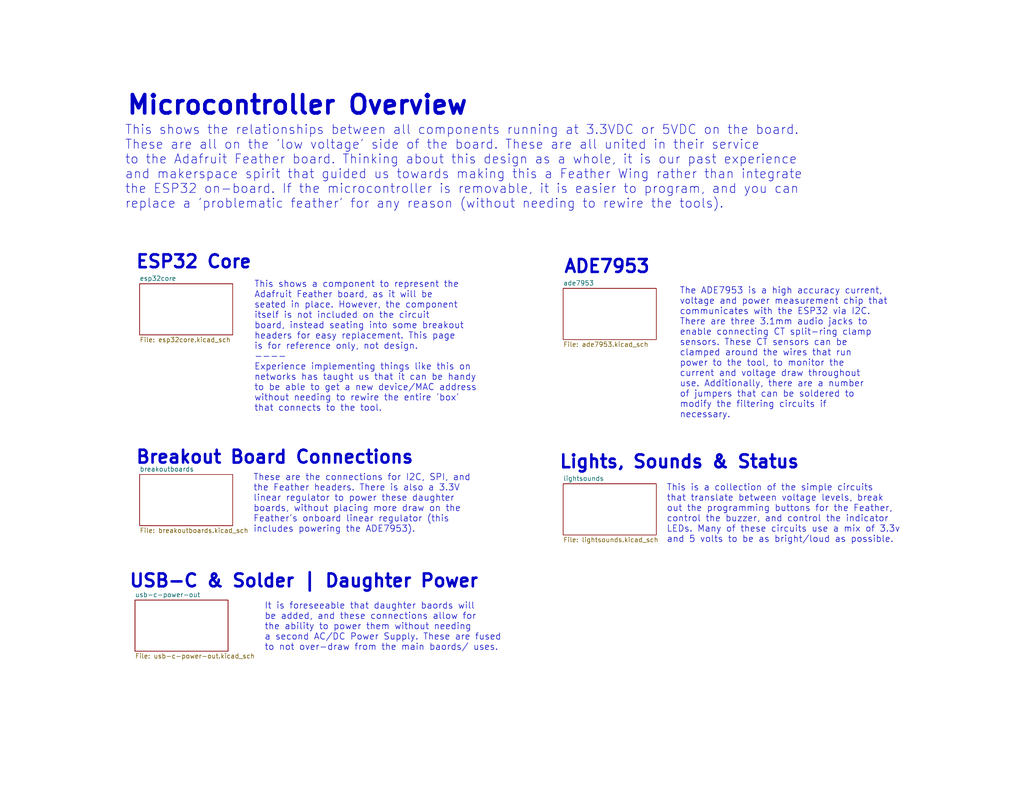
<source format=kicad_sch>
(kicad_sch
	(version 20250114)
	(generator "eeschema")
	(generator_version "9.0")
	(uuid "5bb54eab-2962-4397-a18e-c5fdb30ff9d0")
	(paper "USLetter")
	(title_block
		(date "2025-11-02")
		(rev "1.4.3")
		(company "Corey Rice & MakeHaven")
		(comment 1 "All subpages for the Microcontroller level items")
	)
	(lib_symbols)
	(text "This shows the relationships between all components running at 3.3VDC or 5VDC on the board. \nThese are all on the 'low voltage' side of the board. These are all united in their service \nto the Adafruit Feather board. Thinking about this design as a whole, it is our past experience\nand makerspace spirit that guided us towards making this a Feather Wing rather than integrate\nthe ESP32 on-board. If the microcontroller is removable, it is easier to program, and you can \nreplace a 'problematic feather' for any reason (without needing to rewire the tools). "
		(exclude_from_sim no)
		(at 34.036 57.15 0)
		(effects
			(font
				(size 2.5 2.5)
			)
			(justify left bottom)
		)
		(uuid "1af02779-8fa2-4b8d-a301-24cbee7fdcd6")
	)
	(text "This is a collection of the simple circuits \nthat translate between voltage levels, break \nout the programming buttons for the Feather, \ncontrol the buzzer, and control the indicator \nLEDs. Many of these circuits use a mix of 3.3v\nand 5 volts to be as bright/loud as possible.\n"
		(exclude_from_sim no)
		(at 181.864 148.336 0)
		(effects
			(font
				(size 1.75 1.75)
			)
			(justify left bottom)
		)
		(uuid "301e80af-5416-4b93-9940-5f5e22e6cc3a")
	)
	(text "This shows a component to represent the \nAdafruit Feather board, as it will be \nseated in place. However, the component \nitself is not included on the circuit \nboard, instead seating into some breakout \nheaders for easy replacement. This page \nis for reference only, not design.\n----\nExperience implementing things like this on \nnetworks has taught us that it can be handy\nto be able to get a new device/MAC address \nwithout needing to rewire the entire 'box'\nthat connects to the tool."
		(exclude_from_sim no)
		(at 69.342 112.522 0)
		(effects
			(font
				(size 1.75 1.75)
			)
			(justify left bottom)
		)
		(uuid "3a7ab80c-361a-49c0-8a0d-789b69d4c128")
	)
	(text "Breakout Board Connections"
		(exclude_from_sim no)
		(at 36.83 127 0)
		(effects
			(font
				(size 3.5 3.5)
				(bold yes)
			)
			(justify left bottom)
		)
		(uuid "59c492da-66d1-4c13-a055-ebe32e8a3be2")
	)
	(text "These are the connections for I2C, SPI, and \nthe Feather headers. There is also a 3.3V \nlinear regulator to power these daughter \nboards, without placing more draw on the \nFeather's onboard linear regulator (this \nincludes powering the ADE7953)."
		(exclude_from_sim no)
		(at 69.088 145.542 0)
		(effects
			(font
				(size 1.75 1.75)
			)
			(justify left bottom)
		)
		(uuid "5c0bf010-eec4-412c-a7fb-47851428f147")
	)
	(text "Lights, Sounds & Status"
		(exclude_from_sim no)
		(at 152.4 128.27 0)
		(effects
			(font
				(size 3.5 3.5)
				(bold yes)
			)
			(justify left bottom)
		)
		(uuid "8dc13897-b540-4b8a-adfb-a6145cbf6596")
	)
	(text "The ADE7953 is a high accuracy current, \nvoltage and power measurement chip that \ncommunicates with the ESP32 via I2C. \nThere are three 3.1mm audio jacks to \nenable connecting CT split-ring clamp \nsensors. These CT sensors can be \nclamped around the wires that run \npower to the tool, to monitor the \ncurrent and voltage draw throughout \nuse. Additionally, there are a number \nof jumpers that can be soldered to \nmodify the filtering circuits if \nnecessary. "
		(exclude_from_sim no)
		(at 185.42 114.3 0)
		(effects
			(font
				(size 1.75 1.75)
			)
			(justify left bottom)
		)
		(uuid "91ae1e2a-ea9e-4ed2-8b42-0353493f24c6")
	)
	(text "ESP32 Core"
		(exclude_from_sim no)
		(at 36.83 73.66 0)
		(effects
			(font
				(size 3.5 3.5)
				(bold yes)
			)
			(justify left bottom)
		)
		(uuid "a6f88849-16da-4fe3-b49a-14bc606ddeb3")
	)
	(text "USB-C & Solder | Daughter Power"
		(exclude_from_sim no)
		(at 35.052 160.782 0)
		(effects
			(font
				(size 3.5 3.5)
				(bold yes)
			)
			(justify left bottom)
		)
		(uuid "a8bd63c1-80c6-4c6e-b7cb-1a16331544a9")
	)
	(text "It is foreseeable that daughter baords will \nbe added, and these connections allow for \nthe ability to power them without needing\na second AC/DC Power Supply. These are fused\nto not over-draw from the main baords/ uses."
		(exclude_from_sim no)
		(at 72.136 177.8 0)
		(effects
			(font
				(size 1.75 1.75)
			)
			(justify left bottom)
		)
		(uuid "db73c6bb-3c6f-4f61-8a2b-57c50778a10b")
	)
	(text "Microcontroller Overview"
		(exclude_from_sim no)
		(at 34.29 31.75 0)
		(effects
			(font
				(size 5 5)
				(thickness 1)
				(bold yes)
			)
			(justify left bottom)
		)
		(uuid "e889a208-8c11-4c5a-b276-88b744b17e86")
	)
	(text "ADE7953"
		(exclude_from_sim no)
		(at 153.67 74.93 0)
		(effects
			(font
				(size 3.5 3.5)
				(bold yes)
			)
			(justify left bottom)
		)
		(uuid "fd733a39-27c0-4403-b3ee-7e74ff2cc0ff")
	)
	(sheet
		(at 153.67 78.74)
		(size 25.4 13.97)
		(exclude_from_sim no)
		(in_bom yes)
		(on_board yes)
		(dnp no)
		(fields_autoplaced yes)
		(stroke
			(width 0.1524)
			(type solid)
		)
		(fill
			(color 0 0 0 0.0000)
		)
		(uuid "03adfa84-7245-4a0a-b28d-db7d09a8f743")
		(property "Sheetname" "ade7953"
			(at 153.67 78.0284 0)
			(effects
				(font
					(size 1.27 1.27)
				)
				(justify left bottom)
			)
		)
		(property "Sheetfile" "ade7953.kicad_sch"
			(at 153.67 93.2946 0)
			(effects
				(font
					(size 1.27 1.27)
				)
				(justify left top)
			)
		)
		(instances
			(project "wing-combo"
				(path "/586efc0f-7de2-49a7-ac21-ecfef2f716d6/3f0e9b91-fe15-47d5-84d6-aa71b368b91e"
					(page "6")
				)
			)
		)
	)
	(sheet
		(at 38.1 77.47)
		(size 25.4 13.97)
		(exclude_from_sim no)
		(in_bom yes)
		(on_board yes)
		(dnp no)
		(fields_autoplaced yes)
		(stroke
			(width 0.1524)
			(type solid)
		)
		(fill
			(color 0 0 0 0.0000)
		)
		(uuid "72caadd5-963d-408a-b010-ddf83ca901da")
		(property "Sheetname" "esp32core"
			(at 38.1 76.7584 0)
			(effects
				(font
					(size 1.27 1.27)
				)
				(justify left bottom)
			)
		)
		(property "Sheetfile" "esp32core.kicad_sch"
			(at 38.1 92.0246 0)
			(effects
				(font
					(size 1.27 1.27)
				)
				(justify left top)
			)
		)
		(instances
			(project "wing-combo"
				(path "/586efc0f-7de2-49a7-ac21-ecfef2f716d6/3f0e9b91-fe15-47d5-84d6-aa71b368b91e"
					(page "3")
				)
			)
		)
	)
	(sheet
		(at 38.1 129.54)
		(size 25.4 13.97)
		(exclude_from_sim no)
		(in_bom yes)
		(on_board yes)
		(dnp no)
		(fields_autoplaced yes)
		(stroke
			(width 0.1524)
			(type solid)
		)
		(fill
			(color 0 0 0 0.0000)
		)
		(uuid "76df30f3-bf0f-4a81-9e12-488966ab08bf")
		(property "Sheetname" "breakoutboards"
			(at 38.1 128.8284 0)
			(effects
				(font
					(size 1.27 1.27)
				)
				(justify left bottom)
			)
		)
		(property "Sheetfile" "breakoutboards.kicad_sch"
			(at 38.1 144.0946 0)
			(effects
				(font
					(size 1.27 1.27)
				)
				(justify left top)
			)
		)
		(instances
			(project "wing-combo"
				(path "/586efc0f-7de2-49a7-ac21-ecfef2f716d6/3f0e9b91-fe15-47d5-84d6-aa71b368b91e"
					(page "5")
				)
			)
		)
	)
	(sheet
		(at 36.83 163.83)
		(size 25.4 13.97)
		(exclude_from_sim no)
		(in_bom yes)
		(on_board yes)
		(dnp no)
		(fields_autoplaced yes)
		(stroke
			(width 0.1524)
			(type solid)
		)
		(fill
			(color 0 0 0 0.0000)
		)
		(uuid "889b8cea-6ffa-4852-b7a4-dc047b45bf9a")
		(property "Sheetname" "usb-c-power-out"
			(at 36.83 163.1184 0)
			(effects
				(font
					(size 1.27 1.27)
				)
				(justify left bottom)
			)
		)
		(property "Sheetfile" "usb-c-power-out.kicad_sch"
			(at 36.83 178.3846 0)
			(effects
				(font
					(size 1.27 1.27)
				)
				(justify left top)
			)
		)
		(instances
			(project "wing-combo"
				(path "/586efc0f-7de2-49a7-ac21-ecfef2f716d6/3f0e9b91-fe15-47d5-84d6-aa71b368b91e"
					(page "7")
				)
			)
		)
	)
	(sheet
		(at 153.67 132.08)
		(size 25.4 13.97)
		(exclude_from_sim no)
		(in_bom yes)
		(on_board yes)
		(dnp no)
		(fields_autoplaced yes)
		(stroke
			(width 0.1524)
			(type solid)
		)
		(fill
			(color 0 0 0 0.0000)
		)
		(uuid "cdc711b4-3986-4d05-ace8-22e18ebb4f7d")
		(property "Sheetname" "lightsounds"
			(at 153.67 131.3684 0)
			(effects
				(font
					(size 1.27 1.27)
				)
				(justify left bottom)
			)
		)
		(property "Sheetfile" "lightsounds.kicad_sch"
			(at 153.67 146.6346 0)
			(effects
				(font
					(size 1.27 1.27)
				)
				(justify left top)
			)
		)
		(instances
			(project "wing-combo"
				(path "/586efc0f-7de2-49a7-ac21-ecfef2f716d6/3f0e9b91-fe15-47d5-84d6-aa71b368b91e"
					(page "4")
				)
			)
		)
	)
)

</source>
